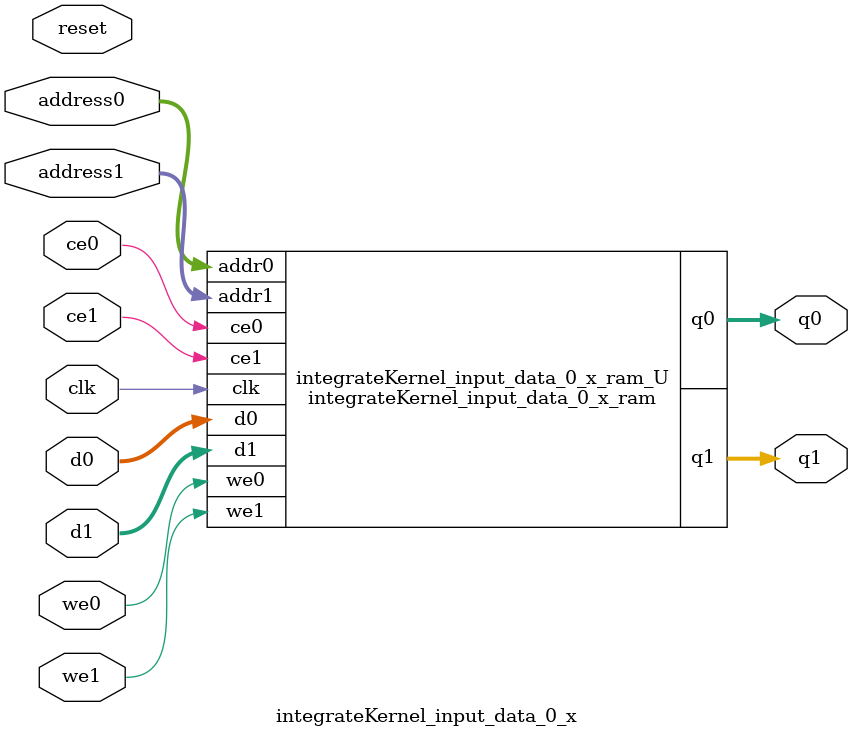
<source format=v>
`timescale 1 ns / 1 ps
module integrateKernel_input_data_0_x_ram (addr0, ce0, d0, we0, q0, addr1, ce1, d1, we1, q1,  clk);

parameter DWIDTH = 16;
parameter AWIDTH = 7;
parameter MEM_SIZE = 128;

input[AWIDTH-1:0] addr0;
input ce0;
input[DWIDTH-1:0] d0;
input we0;
output reg[DWIDTH-1:0] q0;
input[AWIDTH-1:0] addr1;
input ce1;
input[DWIDTH-1:0] d1;
input we1;
output reg[DWIDTH-1:0] q1;
input clk;

(* ram_style = "block" *)reg [DWIDTH-1:0] ram[0:MEM_SIZE-1];




always @(posedge clk)  
begin 
    if (ce0) 
    begin
        if (we0) 
        begin 
            ram[addr0] <= d0; 
        end 
        q0 <= ram[addr0];
    end
end


always @(posedge clk)  
begin 
    if (ce1) 
    begin
        if (we1) 
        begin 
            ram[addr1] <= d1; 
        end 
        q1 <= ram[addr1];
    end
end


endmodule

`timescale 1 ns / 1 ps
module integrateKernel_input_data_0_x(
    reset,
    clk,
    address0,
    ce0,
    we0,
    d0,
    q0,
    address1,
    ce1,
    we1,
    d1,
    q1);

parameter DataWidth = 32'd16;
parameter AddressRange = 32'd128;
parameter AddressWidth = 32'd7;
input reset;
input clk;
input[AddressWidth - 1:0] address0;
input ce0;
input we0;
input[DataWidth - 1:0] d0;
output[DataWidth - 1:0] q0;
input[AddressWidth - 1:0] address1;
input ce1;
input we1;
input[DataWidth - 1:0] d1;
output[DataWidth - 1:0] q1;



integrateKernel_input_data_0_x_ram integrateKernel_input_data_0_x_ram_U(
    .clk( clk ),
    .addr0( address0 ),
    .ce0( ce0 ),
    .we0( we0 ),
    .d0( d0 ),
    .q0( q0 ),
    .addr1( address1 ),
    .ce1( ce1 ),
    .we1( we1 ),
    .d1( d1 ),
    .q1( q1 ));

endmodule


</source>
